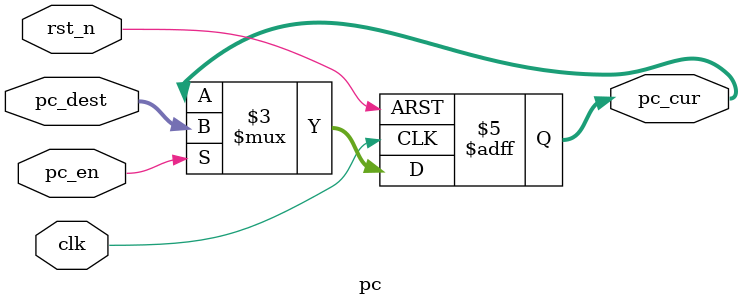
<source format=sv>
module pc (
    input logic  clk,
    input logic  rst_n,
    input logic  pc_en,
    input logic  [31:0] pc_dest,
    output logic [31:0] pc_cur
);

    always_ff @(posedge clk or negedge rst_n) 
        if(!rst_n)
            pc_cur <= 32'hFFFF_FFFC;
        else begin
            if(pc_en)
                pc_cur <= pc_dest;
        end

endmodule

</source>
